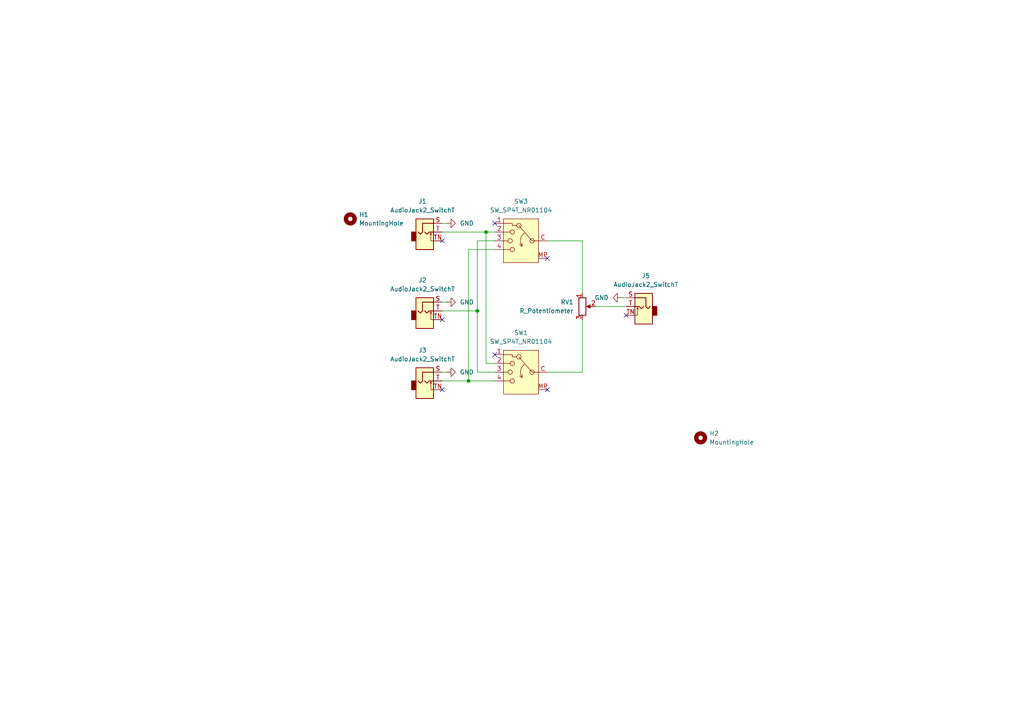
<source format=kicad_sch>
(kicad_sch (version 20231120) (generator "eeschema") (generator_version "8.0")
  (paper "A4")
  (lib_symbols
    (symbol "Connector_Audio:AudioJack2_SwitchT"
      (property "Reference" "J" (at 0 8.89 0))
      (property "Value" "AudioJack2_SwitchT" (at 0 6.35 0))
      (symbol "AudioJack2_SwitchT_0_1"
        (rectangle (start -2.54 0) (end -3.81 -2.54) (stroke (width 0.254)) (fill (type outline)))
        (polyline (pts (xy 1.778 -0.254) (xy 2.032 -0.762)))
        (polyline (pts (xy 0 0) (xy 0.635 -0.635) (xy 1.27 0) (xy 2.54 0)) (stroke (width 0.254)))
        (polyline (pts (xy 2.54 -2.54) (xy 1.778 -2.54) (xy 1.778 -0.254) (xy 1.524 -0.762)))
        (polyline (pts (xy 2.54 2.54) (xy -0.635 2.54) (xy -0.635 0) (xy -1.27 -0.635) (xy -1.905 0)) (stroke (width 0.254)))
        (rectangle (start 2.54 3.81) (end -2.54 -5.08) (stroke (width 0.254)) (fill (type background)))
      )
      (symbol "AudioJack2_SwitchT_1_1"
        (pin passive line (at 5.08 2.54 180) (length 2.54) (name "~") (number "S"))
        (pin passive line (at 5.08 0 180) (length 2.54) (name "~") (number "T"))
        (pin passive line (at 5.08 -2.54 180) (length 2.54) (name "~") (number "TN"))
      )
    )
    (symbol "Device:R_Potentiometer" (pin_names (offset 1.016) hide)
      (property "Reference" "RV" (at -4.445 0 90))
      (property "Value" "R_Potentiometer" (at -2.54 0 90))
      (symbol "R_Potentiometer_0_1"
        (polyline (pts (xy 2.54 0) (xy 1.524 0)))
        (polyline (pts (xy 1.143 0) (xy 2.286 0.508) (xy 2.286 -0.508) (xy 1.143 0)) (fill (type outline)))
        (rectangle (start 1.016 2.54) (end -1.016 -2.54) (stroke (width 0.254)))
      )
      (symbol "R_Potentiometer_1_1"
        (pin passive line (at 0 3.81 270) (length 1.27) (name "1") (number "1"))
        (pin passive line (at 3.81 0 180) (length 1.27) (name "2") (number "2"))
        (pin passive line (at 0 -3.81 90) (length 1.27) (name "3") (number "3"))
      )
    )
    (symbol "Mechanical:MountingHole" (pin_names (offset 1.016)) (exclude_from_sim yes) (in_bom no)
      (property "Reference" "H" (at 0 5.08 0))
      (property "Value" "MountingHole" (at 0 3.175 0))
      (symbol "MountingHole_0_1"
        (circle (center 0 0) (radius 1.27) (stroke (width 1.27)))
      )
    )
    (symbol "Switch:SW_SP4T_NR01104" (pin_names hide)
      (property "Reference" "SW" (at 0 7.62 0))
      (property "Value" "SW_SP4T_NR01104" (at 0 -7.62 0))
      (symbol "SW_SP4T_NR01104_0_1"
        (circle (center -3.175 0) (radius 0.635))
        (arc (start -0.3176 -1.5875) (mid 0.154 0.449) (end -0.9526 2.2225))
        (polyline (pts (xy -5.08 0) (xy -3.175 0)))
        (polyline (pts (xy -3.175 0) (xy 0.635 4.445)))
        (polyline (pts (xy -0.3176 -1.5875) (xy -0.3176 -1.5875)))
        (polyline (pts (xy -0.3176 -1.5875) (xy -0.3176 -0.6985)))
        (polyline (pts (xy -0.3176 -1.5875) (xy 0.4444 -1.0795)))
        (polyline (pts (xy 0.3174 -1.5875) (xy 0.3174 -1.5875)))
        (polyline (pts (xy 5.08 -2.54) (xy 3.175 -2.54)))
        (polyline (pts (xy 5.08 0) (xy 3.81 0)))
        (polyline (pts (xy 5.08 2.54) (xy 3.175 2.54)))
        (polyline (pts (xy 5.08 5.08) (xy 2.54 5.08) (xy 2.54 4.445) (xy 1.27 4.445)))
        (circle (center 0.635 4.445) (radius 0.635))
        (circle (center 2.54 -2.54) (radius 0.635))
        (circle (center 2.54 2.54) (radius 0.635))
        (circle (center 3.175 0) (radius 0.635))
      )
      (symbol "SW_SP4T_NR01104_1_1"
        (polyline (pts (xy -5.08 6.35) (xy 5.08 6.35) (xy 5.08 -6.35) (xy -5.08 -6.35) (xy -5.08 6.35) (xy -5.08 6.35)) (fill (type background)))
        (pin passive line (at 7.62 5.08 180) (length 2.54) (name "1") (number "1"))
        (pin passive line (at 7.62 2.54 180) (length 2.54) (name "2") (number "2"))
        (pin passive line (at 7.62 0 180) (length 2.54) (name "3") (number "3"))
        (pin passive line (at 7.62 -2.54 180) (length 2.54) (name "4") (number "4"))
        (pin no_connect line (at 5.08 -5.08 180) (length 0) hide (name "") (number "5"))
        (pin passive line (at -7.62 0 0) (length 2.54) (name "Common") (number "C"))
        (pin passive line (at -7.62 -5.08 0) (length 2.54) (name "MP") (number "MP"))
      )
    )
    (symbol "power:GND" (power) (pin_numbers hide) (pin_names (offset 0) hide)
      (property "Value" "GND" (at 0 -3.81 0))
      (symbol "GND_0_1"
        (polyline (pts (xy 0 0) (xy 0 -1.27) (xy 1.27 -1.27) (xy 0 -2.54) (xy -1.27 -1.27) (xy 0 -1.27)))
      )
      (symbol "GND_1_1"
        (pin power_in line (at 0 0 270) (length 0) (name "~") (number "1"))
      )
    )
  )
  (junction (at 135.89 110.49))
  (junction (at 140.97 67.31))
  (junction (at 138.43 90.17))
  (no_connect (at 143.51 102.87))
  (no_connect (at 158.75 113.03))
  (no_connect (at 158.75 74.93))
  (no_connect (at 128.27 69.85))
  (no_connect (at 128.27 92.71))
  (no_connect (at 143.51 64.77))
  (no_connect (at 128.27 113.03))
  (no_connect (at 181.61 91.44))
  (wire (pts (xy 138.43 69.85) (xy 143.51 69.85)))
  (wire (pts (xy 180.34 86.36) (xy 181.61 86.36)))
  (wire (pts (xy 168.91 107.95) (xy 168.91 92.71)))
  (wire (pts (xy 138.43 90.17) (xy 138.43 107.95)))
  (wire (pts (xy 168.91 69.85) (xy 168.91 85.09)))
  (wire (pts (xy 158.75 107.95) (xy 168.91 107.95)))
  (wire (pts (xy 138.43 107.95) (xy 143.51 107.95)))
  (wire (pts (xy 128.27 90.17) (xy 138.43 90.17)))
  (wire (pts (xy 128.27 64.77) (xy 129.54 64.77)))
  (wire (pts (xy 135.89 72.39) (xy 143.51 72.39)))
  (wire (pts (xy 172.72 88.9) (xy 181.61 88.9)))
  (wire (pts (xy 128.27 110.49) (xy 135.89 110.49)))
  (wire (pts (xy 128.27 87.63) (xy 129.54 87.63)))
  (wire (pts (xy 135.89 110.49) (xy 135.89 72.39)))
  (wire (pts (xy 140.97 105.41) (xy 143.51 105.41)))
  (wire (pts (xy 158.75 69.85) (xy 168.91 69.85)))
  (wire (pts (xy 128.27 107.95) (xy 129.54 107.95)))
  (wire (pts (xy 138.43 90.17) (xy 138.43 69.85)))
  (wire (pts (xy 128.27 67.31) (xy 140.97 67.31)))
  (wire (pts (xy 140.97 67.31) (xy 140.97 105.41)))
  (wire (pts (xy 140.97 67.31) (xy 143.51 67.31)))
  (wire (pts (xy 135.89 110.49) (xy 143.51 110.49)))
  (symbol (lib_id "power:GND") (at 180.34 86.36 270) (mirror x) (unit 1)
    (property "Reference" "#PWR05" (effects (hide yes)))
    (property "Value" "GND" (at 176.53 86.3599 90) (effects (justify right)))
    (property "Description" "Power symbol creates a global label with name \"GND\" , ground" (effects (hide yes)))
  )
  (symbol (lib_id "power:GND") (at 129.54 87.63 90) (unit 1)
    (property "Reference" "#PWR02" (effects (hide yes)))
    (property "Value" "GND" (at 133.35 87.6299 90) (effects (justify right)))
    (property "Description" "Power symbol creates a global label with name \"GND\" , ground" (effects (hide yes)))
  )
  (symbol (lib_id "Mechanical:MountingHole") (at 203.2 127 0) (unit 1) (exclude_from_sim yes) (in_bom no)
    (property "Reference" "H2" (at 205.74 125.7299 0) (effects (justify left)))
    (property "Value" "MountingHole" (at 205.74 128.2699 0) (effects (justify left)))
    (property "Footprint" "MountingHole:MountingHole_3.2mm_M3" (effects (hide yes)))
    (property "Description" "Mounting Hole without connection" (effects (hide yes)))
  )
  (symbol (lib_id "Switch:SW_SP4T_NR01104") (at 151.13 69.85 0) (mirror y) (unit 1)
    (property "Reference" "SW3" (at 151.13 58.42 0))
    (property "Value" "SW_SP4T_NR01104" (at 151.13 60.96 0))
    (property "Footprint" "Button_Switch_THT:SW_NKK_NR01" (effects (hide yes)))
    (property "Datasheet" "https://www.nkkswitches.com/pdf/NR01%20Rotaries.pdf" (effects (hide yes)))
    (property "Description" "NKK Switches NR01 Series rotary SP4T switch" (effects (hide yes)))
  )
  (symbol (lib_id "Connector_Audio:AudioJack2_SwitchT") (at 123.19 110.49 0) (unit 1)
    (property "Reference" "J3" (at 122.555 101.6 0))
    (property "Value" "AudioJack2_SwitchT" (at 122.555 104.14 0))
    (property "Footprint" "Connector_Audio:Jack_3.5mm_QingPu_WQP-PJ398SM_Vertical_CircularHoles" (effects (hide yes)))
    (property "Description" "Audio Jack, 2 Poles (Mono / TS), Switched T Pole (Normalling)" (effects (hide yes)))
  )
  (symbol (lib_id "Device:R_Potentiometer") (at 168.91 88.9 0) (unit 1)
    (property "Reference" "RV1" (at 166.37 87.6299 0) (effects (justify right)))
    (property "Value" "R_Potentiometer" (at 166.37 90.1699 0) (effects (justify right)))
    (property "Footprint" "Potentiometer_THT:Potentiometer_Alps_RK09K_Single_Vertical" (effects (hide yes)))
    (property "Description" "Potentiometer" (effects (hide yes)))
  )
  (symbol (lib_id "Connector_Audio:AudioJack2_SwitchT") (at 123.19 67.31 0) (unit 1)
    (property "Reference" "J1" (at 122.555 58.42 0))
    (property "Value" "AudioJack2_SwitchT" (at 122.555 60.96 0))
    (property "Footprint" "Connector_Audio:Jack_3.5mm_QingPu_WQP-PJ398SM_Vertical_CircularHoles" (effects (hide yes)))
    (property "Description" "Audio Jack, 2 Poles (Mono / TS), Switched T Pole (Normalling)" (effects (hide yes)))
  )
  (symbol (lib_id "Connector_Audio:AudioJack2_SwitchT") (at 186.69 88.9 0) (mirror y) (unit 1)
    (property "Reference" "J5" (at 187.325 80.01 0))
    (property "Value" "AudioJack2_SwitchT" (at 187.325 82.55 0))
    (property "Footprint" "Connector_Audio:Jack_3.5mm_QingPu_WQP-PJ398SM_Vertical_CircularHoles" (effects (hide yes)))
    (property "Description" "Audio Jack, 2 Poles (Mono / TS), Switched T Pole (Normalling)" (effects (hide yes)))
  )
  (symbol (lib_id "power:GND") (at 129.54 107.95 90) (unit 1)
    (property "Reference" "#PWR03" (effects (hide yes)))
    (property "Value" "GND" (at 133.35 107.9499 90) (effects (justify right)))
    (property "Description" "Power symbol creates a global label with name \"GND\" , ground" (effects (hide yes)))
  )
  (symbol (lib_id "Switch:SW_SP4T_NR01104") (at 151.13 107.95 0) (mirror y) (unit 1)
    (property "Reference" "SW1" (at 151.13 96.52 0))
    (property "Value" "SW_SP4T_NR01104" (at 151.13 99.06 0))
    (property "Footprint" "Button_Switch_THT:SW_NKK_NR01" (effects (hide yes)))
    (property "Datasheet" "https://www.nkkswitches.com/pdf/NR01%20Rotaries.pdf" (effects (hide yes)))
    (property "Description" "NKK Switches NR01 Series rotary SP4T switch" (effects (hide yes)))
  )
  (symbol (lib_id "power:GND") (at 129.54 64.77 90) (unit 1)
    (property "Reference" "#PWR01" (effects (hide yes)))
    (property "Value" "GND" (at 133.35 64.7699 90) (effects (justify right)))
    (property "Description" "Power symbol creates a global label with name \"GND\" , ground" (effects (hide yes)))
  )
  (symbol (lib_id "Connector_Audio:AudioJack2_SwitchT") (at 123.19 90.17 0) (unit 1)
    (property "Reference" "J2" (at 122.555 81.28 0))
    (property "Value" "AudioJack2_SwitchT" (at 122.555 83.82 0))
    (property "Footprint" "Connector_Audio:Jack_3.5mm_QingPu_WQP-PJ398SM_Vertical_CircularHoles" (effects (hide yes)))
    (property "Description" "Audio Jack, 2 Poles (Mono / TS), Switched T Pole (Normalling)" (effects (hide yes)))
  )
  (symbol (lib_id "Mechanical:MountingHole") (at 101.6 63.5 0) (unit 1) (exclude_from_sim yes) (in_bom no)
    (property "Reference" "H1" (at 104.14 62.2299 0) (effects (justify left)))
    (property "Value" "MountingHole" (at 104.14 64.7699 0) (effects (justify left)))
    (property "Footprint" "MountingHole:MountingHole_3.2mm_M3" (effects (hide yes)))
    (property "Description" "Mounting Hole without connection" (effects (hide yes)))
  )
)
</source>
